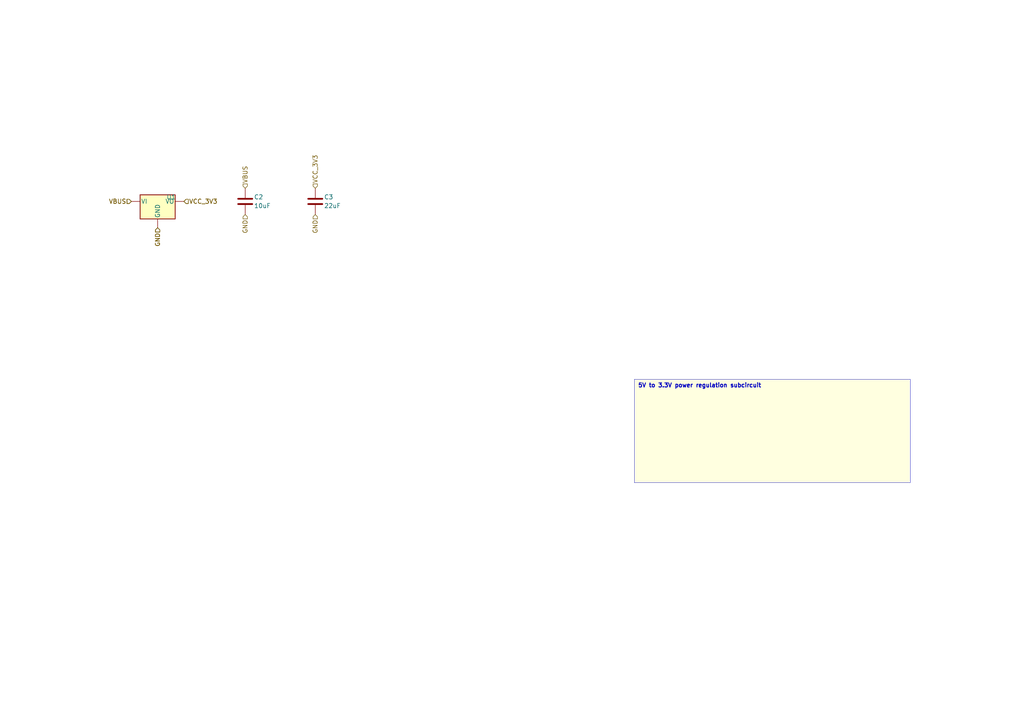
<source format=kicad_sch>
(kicad_sch (version 20250114) (generator "kicad_api") (generator_version 9.0)
  (paper A4)
  (paper A4)
  (lib_symbols
    (symbol "Device:C" (pin_numbers hide) (pin_names (offset 0.254))
      (property "Reference" "{'value': 'C', 'position': {'x': 0.635, 'y': 2.54, 'rotation': 0.0}, 'effects': {'font_size': [1.27, 1.27], 'justify': ['left']}}" (at 0.0 0.0 0))
      (property "Value" "{'value': 'C', 'position': {'x': 0.635, 'y': -2.54, 'rotation': 0.0}, 'effects': {'font_size': [1.27, 1.27], 'justify': ['left']}}" (at 0.0 0.0 0))
      (symbol "C_0_1"
        (polyline (pts (xy -2.032 0.762) (xy 2.032 0.762)) (stroke (width 0.508)))
        (polyline (pts (xy -2.032 -0.762) (xy 2.032 -0.762)) (stroke (width 0.508)))
      )
      (symbol "C_1_1"
        (pin passive line (at 0.0 3.81 270) (length 2.794) (name ~) (number "1"))
        (pin passive line (at 0.0 -3.81 90) (length 2.794) (name ~) (number "2"))
      )
    )
    (symbol "Regulator_Linear:AMS1117-3.3" (pin_numbers hide) (pin_names (offset 0.254))
      (property "Reference" "{'value': 'U', 'position': {'x': -3.81, 'y': 3.175, 'rotation': 0.0}, 'effects': {'font_size': [1.27, 1.27]}}" (at 0.0 0.0 0))
      (property "Value" "{'value': 'AMS1117-3.3', 'position': {'x': 0.0, 'y': 3.175, 'rotation': 0.0}, 'effects': {'font_size': [1.27, 1.27], 'justify': ['left']}}" (at 0.0 0.0 0))
      (symbol "AMS1117-3.3_0_1"
        (rectangle (start -5.08 -5.08) (end 5.08 1.905) (stroke (width 0.254)) (fill (type background)))
      )
      (symbol "AMS1117-3.3_1_1"
        (pin power_in line (at -7.62 0.0 0) (length 2.54) (name VI) (number "3"))
        (pin power_in line (at 0.0 -7.62 90) (length 2.54) (name GND) (number "1"))
        (pin power_out line (at 7.62 0.0 180) (length 2.54) (name VO) (number "2"))
      )
    )
  )
  (title_block (title Power_Supply) (date 2025-08-02) (company Circuit-Synth))
  (symbol (lib_id Regulator_Linear:AMS1117-3.3) (at 45.72 58.42 0)
    (property "Reference" "U1" (at 48.26 57.15 0) (effects (justify left)))
    (property "Footprint" "Package_TO_SOT_SMD:SOT-223-3_TabPin2" (effects (hide yes)))
    (instances (project "circuit" (path "" (reference U1) (unit 1))) (project "ESP32_C6_Dev_Board" (path "" (reference U1) (unit 1))))
  )
  (symbol (lib_id Device:C) (at 71.12 58.42 0)
    (property "Reference" "C2" (at 73.66000000000001 57.15 0) (effects (justify left)))
    (property "Value" "10uF" (at 73.66000000000001 59.690000000000005 0) (effects (justify left)))
    (property "Footprint" "Capacitor_SMD:C_0805_2012Metric" (effects (hide yes)))
    (instances (project "circuit" (path "" (reference C2) (unit 1))) (project "ESP32_C6_Dev_Board" (path "" (reference C2) (unit 1))))
  )
  (symbol (lib_id Device:C) (at 91.44 58.42 0)
    (property "Reference" "C3" (at 93.98 57.15 0) (effects (justify left)))
    (property "Value" "22uF" (at 93.98 59.690000000000005 0) (effects (justify left)))
    (property "Footprint" "Capacitor_SMD:C_0805_2012Metric" (effects (hide yes)))
    (instances (project "circuit" (path "" (reference C3) (unit 1))) (project "ESP32_C6_Dev_Board" (path "" (reference C3) (unit 1))))
  )
  (hierarchical_label VBUS (shape input) (at 38.1 58.42 180))
  (hierarchical_label VBUS (shape input) (at 38.1 58.42 180))
  (hierarchical_label VBUS (shape input) (at 71.12 54.61 90))
  (hierarchical_label GND (shape input) (at 45.72 66.04 270))
  (hierarchical_label GND (shape input) (at 45.72 66.04 270))
  (hierarchical_label GND (shape input) (at 71.12 62.230000000000004 270))
  (hierarchical_label GND (shape input) (at 91.44 62.230000000000004 270))
  (hierarchical_label VCC_3V3 (shape input) (at 53.339999999999996 58.42 0))
  (hierarchical_label VCC_3V3 (shape input) (at 53.339999999999996 58.42 0))
  (hierarchical_label VCC_3V3 (shape input) (at 91.44 54.61 90))
  (text_box "5V to 3.3V power regulation subcircuit" (exclude_from_sim yes) (at 184.0 110.0 0) (size 80.0 30.0) (margins 1.0 1.0 1.0 1.0) (stroke (width 0.1)) (fill (type color) (color 255 255 224 1)) (effects (font (size 1.2 1.2) (thickness 0.254)) (justify left top)))
)
</source>
